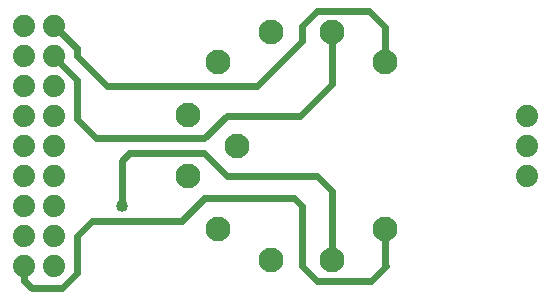
<source format=gbr>
G04 EAGLE Gerber RS-274X export*
G75*
%MOMM*%
%FSLAX34Y34*%
%LPD*%
%INTop Copper*%
%IPPOS*%
%AMOC8*
5,1,8,0,0,1.08239X$1,22.5*%
G01*
%ADD10C,2.100000*%
%ADD11C,1.879600*%
%ADD12C,0.609600*%
%ADD13C,1.016000*%


D10*
X211700Y127000D03*
X337411Y56289D03*
X292582Y30407D03*
X240818Y30407D03*
X195989Y56289D03*
X170107Y101118D03*
X170107Y152882D03*
X195989Y197711D03*
X240818Y223593D03*
X292582Y223593D03*
X337411Y197711D03*
D11*
X457200Y101600D03*
X457200Y127000D03*
X457200Y152400D03*
X31750Y25400D03*
X57150Y25400D03*
X31750Y50800D03*
X57150Y50800D03*
X57150Y76200D03*
X31750Y76200D03*
X57150Y101600D03*
X31750Y101600D03*
X57150Y127000D03*
X31750Y127000D03*
X57150Y152400D03*
X31750Y152400D03*
X31750Y177800D03*
X57150Y177800D03*
X31750Y203200D03*
X57150Y203200D03*
X31750Y228600D03*
X57150Y228600D03*
D12*
X88900Y63500D02*
X165100Y63500D01*
X184150Y82550D01*
X260350Y82550D01*
X266700Y76200D01*
X266700Y25400D01*
X279400Y12700D01*
X325120Y12700D01*
X337820Y25400D01*
X337411Y25809D02*
X337411Y56289D01*
X337411Y25809D02*
X337820Y25400D01*
X88900Y63500D02*
X76200Y50800D01*
X76200Y19050D01*
X63500Y6350D01*
X38100Y6350D01*
X31750Y12700D01*
X31750Y25400D01*
X337411Y197711D02*
X337411Y227739D01*
X323850Y241300D01*
X279400Y241300D01*
X266700Y228600D01*
X266700Y215900D01*
X228600Y177800D01*
X101600Y177800D01*
X76200Y203200D01*
X76200Y209550D02*
X57150Y228600D01*
X76200Y209550D02*
X76200Y203200D01*
X203200Y101600D02*
X279400Y101600D01*
X292582Y88418D02*
X292582Y30407D01*
X292582Y88418D02*
X279400Y101600D01*
X203200Y101600D02*
X184150Y120650D01*
X120650Y120650D01*
X114300Y114300D01*
X114300Y76200D01*
D13*
X114300Y76200D03*
D12*
X203200Y152400D02*
X265430Y152400D01*
X203200Y152400D02*
X184150Y133350D01*
X92710Y133350D01*
X292582Y179552D02*
X292582Y223593D01*
X292582Y179552D02*
X265430Y152400D01*
X57150Y201930D02*
X57150Y203200D01*
X57150Y201930D02*
X76200Y182880D01*
X76200Y149860D01*
X92710Y133350D01*
M02*

</source>
